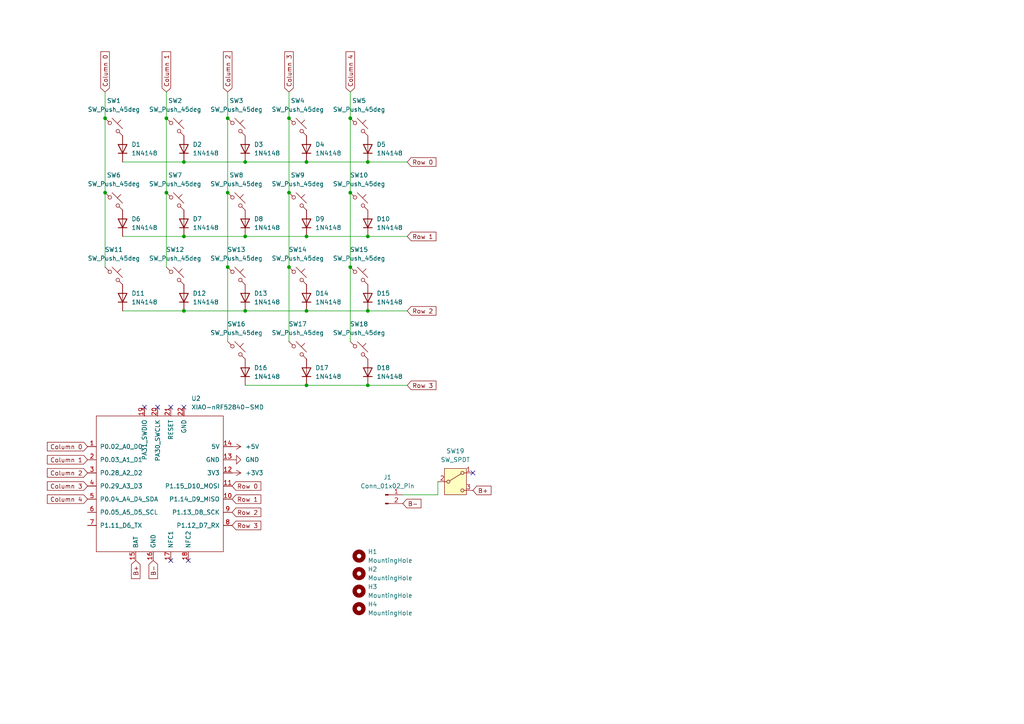
<source format=kicad_sch>
(kicad_sch (version 20250114) (generator "eeschema") (generator_version "9.0")
  (paper "A4")
  (lib_symbols
    (symbol "Connector:Conn_01x02_Pin" (pin_names (offset 1.016) (hide yes))
      (property "Reference" "J" (at 0 2.54 0))
      (property "Value" "Conn_01x02_Pin" (at 0 -5.08 0))
      (symbol "Conn_01x02_Pin_1_1"
        (rectangle (start 0.8636 0.127) (end 0 -0.127) (stroke (width 0.1524)) (fill (type outline)))
        (rectangle (start 0.8636 -2.413) (end 0 -2.667) (stroke (width 0.1524)) (fill (type outline)))
        (polyline (pts (xy 1.27 0) (xy 0.8636 0)) (stroke (width 0.1524)))
        (polyline (pts (xy 1.27 -2.54) (xy 0.8636 -2.54)) (stroke (width 0.1524)))
        (pin passive line (at 5.08 0 180) (length 3.81) (name "Pin_1") (number "1"))
        (pin passive line (at 5.08 -2.54 180) (length 3.81) (name "Pin_2") (number "2"))
      )
    )
    (symbol "Diode:1N4148" (pin_numbers (hide yes)) (pin_names (hide yes))
      (property "Reference" "D" (at 0 2.54 0))
      (property "Value" "1N4148" (at 0 -2.54 0))
      (symbol "1N4148_0_1"
        (polyline (pts (xy -1.27 1.27) (xy -1.27 -1.27)) (stroke (width 0.254)))
        (polyline (pts (xy 1.27 1.27) (xy 1.27 -1.27) (xy -1.27 0) (xy 1.27 1.27)) (stroke (width 0.254)))
        (polyline (pts (xy 1.27 0) (xy -1.27 0)))
      )
      (symbol "1N4148_1_1"
        (pin passive line (at -3.81 0 0) (length 2.54) (name "K") (number "1"))
        (pin passive line (at 3.81 0 180) (length 2.54) (name "A") (number "2"))
      )
    )
    (symbol "Mechanical:MountingHole" (pin_names (offset 1.016)) (in_bom no)
      (property "Reference" "H" (at 0 5.08 0))
      (property "Value" "MountingHole" (at 0 3.175 0))
      (symbol "MountingHole_0_1"
        (circle (center 0 0) (radius 1.27) (stroke (width 1.27)))
      )
    )
    (symbol "OPL_Kicad:XIAO-nRF52840-SMD" (pin_names (offset 1.016))
      (property "Reference" "U" (at -18.542 23.114 0))
      (property "Value" "XIAO-nRF52840-SMD" (at -8.636 21.336 0))
      (symbol "XIAO-nRF52840-SMD_0_1"
        (rectangle (start -19.05 20.32) (end 17.78 -19.05))
      )
      (symbol "XIAO-nRF52840-SMD_1_1"
        (pin passive line (at -21.59 11.43 0) (length 2.54) (name "P0.02_A0_D0") (number "1"))
        (pin passive line (at -21.59 7.62 0) (length 2.54) (name "P0.03_A1_D1") (number "2"))
        (pin passive line (at -21.59 3.81 0) (length 2.54) (name "P0.28_A2_D2") (number "3"))
        (pin passive line (at -21.59 0 0) (length 2.54) (name "P0.29_A3_D3") (number "4"))
        (pin passive line (at -21.59 -3.81 0) (length 2.54) (name "P0.04_A4_D4_SDA") (number "5"))
        (pin passive line (at -21.59 -7.62 0) (length 2.54) (name "P0.05_A5_D5_SCL") (number "6"))
        (pin passive line (at -21.59 -11.43 0) (length 2.54) (name "P1.11_D6_TX") (number "7"))
        (pin passive line (at -7.62 -21.59 90) (length 2.54) (name "BAT") (number "15"))
        (pin passive line (at -5.08 22.86 270) (length 2.54) (name "PA31_SWDIO") (number "19"))
        (pin passive line (at -2.54 -21.59 90) (length 2.54) (name "GND") (number "16"))
        (pin passive line (at -1.27 22.86 270) (length 2.54) (name "PA30_SWCLK") (number "20"))
        (pin passive line (at 2.54 22.86 270) (length 2.54) (name "RESET") (number "21"))
        (pin passive line (at 2.54 -21.59 90) (length 2.54) (name "NFC1") (number "17"))
        (pin passive line (at 6.35 22.86 270) (length 2.54) (name "GND") (number "22"))
        (pin passive line (at 7.62 -21.59 90) (length 2.54) (name "NFC2") (number "18"))
        (pin passive line (at 20.32 11.43 180) (length 2.54) (name "5V") (number "14"))
        (pin passive line (at 20.32 7.62 180) (length 2.54) (name "GND") (number "13"))
        (pin passive line (at 20.32 3.81 180) (length 2.54) (name "3V3") (number "12"))
        (pin passive line (at 20.32 0 180) (length 2.54) (name "P1.15_D10_MOSI") (number "11"))
        (pin passive line (at 20.32 -3.81 180) (length 2.54) (name "P1.14_D9_MISO") (number "10"))
        (pin passive line (at 20.32 -7.62 180) (length 2.54) (name "P1.13_D8_SCK") (number "9"))
        (pin passive line (at 20.32 -11.43 180) (length 2.54) (name "P1.12_D7_RX") (number "8"))
      )
    )
    (symbol "Switch:SW_Push_45deg" (pin_numbers (hide yes)) (pin_names (offset 1.016) (hide yes))
      (property "Reference" "SW" (at 3.048 1.016 0))
      (property "Value" "SW_Push_45deg" (at 0 -3.81 0))
      (symbol "SW_Push_45deg_0_1"
        (polyline (pts (xy -2.54 2.54) (xy -1.524 1.524) (xy -1.524 1.524)))
        (circle (center -1.1684 1.1684) (radius 0.508))
        (polyline (pts (xy -0.508 2.54) (xy 2.54 -0.508)))
        (polyline (pts (xy 1.016 1.016) (xy 2.032 2.032)))
        (circle (center 1.143 -1.1938) (radius 0.508))
        (polyline (pts (xy 1.524 -1.524) (xy 2.54 -2.54) (xy 2.54 -2.54) (xy 2.54 -2.54)))
        (pin passive line (at -2.54 2.54 0) (length 0) (name "1") (number "1"))
        (pin passive line (at 2.54 -2.54 180) (length 0) (name "2") (number "2"))
      )
    )
    (symbol "Switch:SW_SPDT" (pin_names (offset 0) (hide yes))
      (property "Reference" "SW" (at 0 5.08 0))
      (property "Value" "SW_SPDT" (at 0 -5.08 0))
      (symbol "SW_SPDT_0_1"
        (circle (center -2.032 0) (radius 0.4572))
        (polyline (pts (xy -1.651 0.254) (xy 1.651 2.286)))
        (circle (center 2.032 2.54) (radius 0.4572))
        (circle (center 2.032 -2.54) (radius 0.4572))
      )
      (symbol "SW_SPDT_1_1"
        (rectangle (start -3.175 3.81) (end 3.175 -3.81) (fill (type background)))
        (pin passive line (at -5.08 0 0) (length 2.54) (name "B") (number "2"))
        (pin passive line (at 5.08 2.54 180) (length 2.54) (name "A") (number "1"))
        (pin passive line (at 5.08 -2.54 180) (length 2.54) (name "C") (number "3"))
      )
    )
    (symbol "power:+3V3" (power) (pin_numbers (hide yes)) (pin_names (offset 0) (hide yes))
      (property "Value" "+3V3" (at 0 3.556 0))
      (symbol "+3V3_0_1"
        (polyline (pts (xy -0.762 1.27) (xy 0 2.54)))
        (polyline (pts (xy 0 2.54) (xy 0.762 1.27)))
        (polyline (pts (xy 0 0) (xy 0 2.54)))
      )
      (symbol "+3V3_1_1"
        (pin power_in line (at 0 0 90) (length 0) (name "~") (number "1"))
      )
    )
    (symbol "power:+5V" (power) (pin_numbers (hide yes)) (pin_names (offset 0) (hide yes))
      (property "Value" "+5V" (at 0 3.556 0))
      (symbol "+5V_0_1"
        (polyline (pts (xy -0.762 1.27) (xy 0 2.54)))
        (polyline (pts (xy 0 2.54) (xy 0.762 1.27)))
        (polyline (pts (xy 0 0) (xy 0 2.54)))
      )
      (symbol "+5V_1_1"
        (pin power_in line (at 0 0 90) (length 0) (name "~") (number "1"))
      )
    )
    (symbol "power:GND" (power) (pin_numbers (hide yes)) (pin_names (offset 0) (hide yes))
      (property "Value" "GND" (at 0 -3.81 0))
      (symbol "GND_0_1"
        (polyline (pts (xy 0 0) (xy 0 -1.27) (xy 1.27 -1.27) (xy 0 -2.54) (xy -1.27 -1.27) (xy 0 -1.27)))
      )
      (symbol "GND_1_1"
        (pin power_in line (at 0 0 270) (length 0) (name "~") (number "1"))
      )
    )
  )
  (junction (at 88.9 68.58))
  (junction (at 101.6 77.47))
  (junction (at 101.6 55.88))
  (junction (at 71.12 46.99))
  (junction (at 88.9 46.99))
  (junction (at 71.12 90.17))
  (junction (at 71.12 68.58))
  (junction (at 83.82 77.47))
  (junction (at 66.04 34.29))
  (junction (at 106.68 46.99))
  (junction (at 30.48 34.29))
  (junction (at 106.68 68.58))
  (junction (at 88.9 90.17))
  (junction (at 48.26 34.29))
  (junction (at 48.26 55.88))
  (junction (at 101.6 34.29))
  (junction (at 30.48 55.88))
  (junction (at 53.34 68.58))
  (junction (at 106.68 90.17))
  (junction (at 106.68 111.76))
  (junction (at 53.34 90.17))
  (junction (at 83.82 55.88))
  (junction (at 66.04 77.47))
  (junction (at 53.34 46.99))
  (junction (at 66.04 55.88))
  (junction (at 88.9 111.76))
  (junction (at 83.82 34.29))
  (no_connect (at 49.53 162.56))
  (no_connect (at 45.72 118.11))
  (no_connect (at 53.34 118.11))
  (no_connect (at 137.16 137.16))
  (no_connect (at 49.53 118.11))
  (no_connect (at 54.61 162.56))
  (no_connect (at 41.91 118.11))
  (wire (pts (xy 83.82 55.88) (xy 83.82 77.47)))
  (wire (pts (xy 83.82 77.47) (xy 83.82 99.06)))
  (wire (pts (xy 30.48 26.67) (xy 30.48 34.29)))
  (wire (pts (xy 71.12 90.17) (xy 88.9 90.17)))
  (wire (pts (xy 66.04 55.88) (xy 66.04 77.47)))
  (wire (pts (xy 71.12 46.99) (xy 88.9 46.99)))
  (wire (pts (xy 71.12 111.76) (xy 88.9 111.76)))
  (wire (pts (xy 48.26 55.88) (xy 48.26 77.47)))
  (wire (pts (xy 101.6 26.67) (xy 101.6 34.29)))
  (wire (pts (xy 116.84 143.51) (xy 127 143.51)))
  (wire (pts (xy 35.56 68.58) (xy 53.34 68.58)))
  (wire (pts (xy 118.11 46.99) (xy 106.68 46.99)))
  (wire (pts (xy 101.6 55.88) (xy 101.6 77.47)))
  (wire (pts (xy 66.04 77.47) (xy 66.04 99.06)))
  (wire (pts (xy 101.6 34.29) (xy 101.6 55.88)))
  (wire (pts (xy 30.48 34.29) (xy 30.48 55.88)))
  (wire (pts (xy 35.56 46.99) (xy 53.34 46.99)))
  (wire (pts (xy 88.9 68.58) (xy 106.68 68.58)))
  (wire (pts (xy 30.48 55.88) (xy 30.48 77.47)))
  (wire (pts (xy 118.11 68.58) (xy 106.68 68.58)))
  (wire (pts (xy 53.34 68.58) (xy 71.12 68.58)))
  (wire (pts (xy 118.11 111.76) (xy 106.68 111.76)))
  (wire (pts (xy 88.9 46.99) (xy 106.68 46.99)))
  (wire (pts (xy 48.26 34.29) (xy 48.26 55.88)))
  (wire (pts (xy 83.82 26.67) (xy 83.82 34.29)))
  (wire (pts (xy 101.6 77.47) (xy 101.6 99.06)))
  (wire (pts (xy 53.34 46.99) (xy 71.12 46.99)))
  (wire (pts (xy 66.04 34.29) (xy 66.04 55.88)))
  (wire (pts (xy 83.82 34.29) (xy 83.82 55.88)))
  (wire (pts (xy 88.9 111.76) (xy 106.68 111.76)))
  (wire (pts (xy 66.04 26.67) (xy 66.04 34.29)))
  (wire (pts (xy 127 143.51) (xy 127 139.7)))
  (wire (pts (xy 71.12 68.58) (xy 88.9 68.58)))
  (wire (pts (xy 35.56 90.17) (xy 53.34 90.17)))
  (wire (pts (xy 106.68 90.17) (xy 118.11 90.17)))
  (wire (pts (xy 48.26 26.67) (xy 48.26 34.29)))
  (wire (pts (xy 53.34 90.17) (xy 71.12 90.17)))
  (wire (pts (xy 88.9 90.17) (xy 106.68 90.17)))
  (global_label "Row 0" (shape input) (at 118.11 46.99 0) (property "Intersheetrefs" "${INTERSHEET_REFS}" (effects (hide yes))))
  (global_label "Column 4" (shape input) (at 25.4 144.78 180) (property "Intersheetrefs" "${INTERSHEET_REFS}" (effects (hide yes))))
  (global_label "Column 2" (shape input) (at 25.4 137.16 180) (property "Intersheetrefs" "${INTERSHEET_REFS}" (effects (hide yes))))
  (global_label "B+" (shape input) (at 39.37 162.56 270) (property "Intersheetrefs" "${INTERSHEET_REFS}" (effects (hide yes))))
  (global_label "Row 2" (shape input) (at 67.31 148.59 0) (property "Intersheetrefs" "${INTERSHEET_REFS}" (effects (hide yes))))
  (global_label "B-" (shape input) (at 44.45 162.56 270) (property "Intersheetrefs" "${INTERSHEET_REFS}" (effects (hide yes))))
  (global_label "Row 3" (shape input) (at 67.31 152.4 0) (property "Intersheetrefs" "${INTERSHEET_REFS}" (effects (hide yes))))
  (global_label "Row 2" (shape input) (at 118.11 90.17 0) (property "Intersheetrefs" "${INTERSHEET_REFS}" (effects (hide yes))))
  (global_label "Column 0" (shape input) (at 25.4 129.54 180) (property "Intersheetrefs" "${INTERSHEET_REFS}" (effects (hide yes))))
  (global_label "Column 1" (shape input) (at 48.26 26.67 90) (property "Intersheetrefs" "${INTERSHEET_REFS}" (effects (hide yes))))
  (global_label "Row 3" (shape input) (at 118.11 111.76 0) (property "Intersheetrefs" "${INTERSHEET_REFS}" (effects (hide yes))))
  (global_label "B-" (shape input) (at 116.84 146.05 0) (property "Intersheetrefs" "${INTERSHEET_REFS}" (effects (hide yes))))
  (global_label "B+" (shape input) (at 137.16 142.24 0) (property "Intersheetrefs" "${INTERSHEET_REFS}" (effects (hide yes))))
  (global_label "Column 3" (shape input) (at 25.4 140.97 180) (property "Intersheetrefs" "${INTERSHEET_REFS}" (effects (hide yes))))
  (global_label "Row 1" (shape input) (at 118.11 68.58 0) (property "Intersheetrefs" "${INTERSHEET_REFS}" (effects (hide yes))))
  (global_label "Column 3" (shape input) (at 83.82 26.67 90) (property "Intersheetrefs" "${INTERSHEET_REFS}" (effects (hide yes))))
  (global_label "Column 0" (shape input) (at 30.48 26.67 90) (property "Intersheetrefs" "${INTERSHEET_REFS}" (effects (hide yes))))
  (global_label "Row 1" (shape input) (at 67.31 144.78 0) (property "Intersheetrefs" "${INTERSHEET_REFS}" (effects (hide yes))))
  (global_label "Column 2" (shape input) (at 66.04 26.67 90) (property "Intersheetrefs" "${INTERSHEET_REFS}" (effects (hide yes))))
  (global_label "Row 0" (shape input) (at 67.31 140.97 0) (property "Intersheetrefs" "${INTERSHEET_REFS}" (effects (hide yes))))
  (global_label "Column 4" (shape input) (at 101.6 26.67 90) (property "Intersheetrefs" "${INTERSHEET_REFS}" (effects (hide yes))))
  (global_label "Column 1" (shape input) (at 25.4 133.35 180) (property "Intersheetrefs" "${INTERSHEET_REFS}" (effects (hide yes))))
  (symbol (lib_id "Diode:1N4148") (at 53.34 43.18 90) (unit 1)
    (property "Reference" "D2" (at 55.88 41.9099 90) (effects (justify right)))
    (property "Value" "1N4148" (at 55.88 44.4499 90) (effects (justify right)))
    (property "Footprint" "Diode_THT:D_DO-35_SOD27_P7.62mm_Horizontal" (effects (hide yes)))
    (property "Datasheet" "https://assets.nexperia.com/documents/data-sheet/1N4148_1N4448.pdf" (effects (hide yes)))
    (property "Description" "100V 0.15A standard switching diode, DO-35" (effects (hide yes)))
    (property "Sim.Device" "D" (effects (hide yes)))
    (property "Sim.Pins" "1=K 2=A" (effects (hide yes)))
  )
  (symbol (lib_id "Diode:1N4148") (at 71.12 107.95 90) (unit 1)
    (property "Reference" "D16" (at 73.66 106.6799 90) (effects (justify right)))
    (property "Value" "1N4148" (at 73.66 109.2199 90) (effects (justify right)))
    (property "Footprint" "Diode_THT:D_DO-35_SOD27_P7.62mm_Horizontal" (effects (hide yes)))
    (property "Datasheet" "https://assets.nexperia.com/documents/data-sheet/1N4148_1N4448.pdf" (effects (hide yes)))
    (property "Description" "100V 0.15A standard switching diode, DO-35" (effects (hide yes)))
    (property "Sim.Device" "D" (effects (hide yes)))
    (property "Sim.Pins" "1=K 2=A" (effects (hide yes)))
  )
  (symbol (lib_id "Switch:SW_SPDT") (at 132.08 139.7 0) (unit 1)
    (property "Reference" "SW19" (at 132.08 130.81 0))
    (property "Value" "SW_SPDT" (at 132.08 133.35 0))
    (property "Footprint" "Button_Switch_THT:SW_Slide_SPDT_Straight_CK_OS102011MS2Q" (effects (hide yes)))
    (property "Description" "Switch, single pole double throw" (effects (hide yes)))
  )
  (symbol (lib_id "power:+3V3") (at 67.31 137.16 270) (unit 1)
    (property "Reference" "#PWR03" (effects (hide yes)))
    (property "Value" "+3V3" (at 71.12 137.1599 90) (effects (justify left)))
    (property "Description" "Power symbol creates a global label with name \"+3V3\"" (effects (hide yes)))
  )
  (symbol (lib_id "Diode:1N4148") (at 35.56 43.18 90) (unit 1)
    (property "Reference" "D1" (at 38.1 41.9099 90) (effects (justify right)))
    (property "Value" "1N4148" (at 38.1 44.4499 90) (effects (justify right)))
    (property "Footprint" "Diode_THT:D_DO-35_SOD27_P7.62mm_Horizontal" (effects (hide yes)))
    (property "Datasheet" "https://assets.nexperia.com/documents/data-sheet/1N4148_1N4448.pdf" (effects (hide yes)))
    (property "Description" "100V 0.15A standard switching diode, DO-35" (effects (hide yes)))
    (property "Sim.Device" "D" (effects (hide yes)))
    (property "Sim.Pins" "1=K 2=A" (effects (hide yes)))
  )
  (symbol (lib_id "Connector:Conn_01x02_Pin") (at 111.76 143.51 0) (unit 1)
    (property "Reference" "J1" (at 112.395 138.43 0))
    (property "Value" "Conn_01x02_Pin" (at 112.395 140.97 0))
    (property "Footprint" "Connector_PinHeader_2.54mm:PinHeader_1x02_P2.54mm_Vertical" (effects (hide yes)))
    (property "Description" "Generic connector, single row, 01x02, script generated" (effects (hide yes)))
  )
  (symbol (lib_id "Switch:SW_Push_45deg") (at 68.58 36.83 0) (unit 1)
    (property "Reference" "SW3" (at 68.58 29.21 0))
    (property "Value" "SW_Push_45deg" (at 68.58 31.75 0))
    (property "Footprint" "KS33 Solderable:Gateron-KS33-Solderable-1U" (effects (hide yes)))
    (property "Description" "Push button switch, normally open, two pins, 45° tilted" (effects (hide yes)))
  )
  (symbol (lib_id "Diode:1N4148") (at 88.9 43.18 90) (unit 1)
    (property "Reference" "D4" (at 91.44 41.9099 90) (effects (justify right)))
    (property "Value" "1N4148" (at 91.44 44.4499 90) (effects (justify right)))
    (property "Footprint" "Diode_THT:D_DO-35_SOD27_P7.62mm_Horizontal" (effects (hide yes)))
    (property "Datasheet" "https://assets.nexperia.com/documents/data-sheet/1N4148_1N4448.pdf" (effects (hide yes)))
    (property "Description" "100V 0.15A standard switching diode, DO-35" (effects (hide yes)))
    (property "Sim.Device" "D" (effects (hide yes)))
    (property "Sim.Pins" "1=K 2=A" (effects (hide yes)))
  )
  (symbol (lib_id "Diode:1N4148") (at 88.9 107.95 90) (unit 1)
    (property "Reference" "D17" (at 91.44 106.6799 90) (effects (justify right)))
    (property "Value" "1N4148" (at 91.44 109.2199 90) (effects (justify right)))
    (property "Footprint" "Diode_THT:D_DO-35_SOD27_P7.62mm_Horizontal" (effects (hide yes)))
    (property "Datasheet" "https://assets.nexperia.com/documents/data-sheet/1N4148_1N4448.pdf" (effects (hide yes)))
    (property "Description" "100V 0.15A standard switching diode, DO-35" (effects (hide yes)))
    (property "Sim.Device" "D" (effects (hide yes)))
    (property "Sim.Pins" "1=K 2=A" (effects (hide yes)))
  )
  (symbol (lib_id "Diode:1N4148") (at 106.68 107.95 90) (unit 1)
    (property "Reference" "D18" (at 109.22 106.6799 90) (effects (justify right)))
    (property "Value" "1N4148" (at 109.22 109.2199 90) (effects (justify right)))
    (property "Footprint" "Diode_THT:D_DO-35_SOD27_P7.62mm_Horizontal" (effects (hide yes)))
    (property "Datasheet" "https://assets.nexperia.com/documents/data-sheet/1N4148_1N4448.pdf" (effects (hide yes)))
    (property "Description" "100V 0.15A standard switching diode, DO-35" (effects (hide yes)))
    (property "Sim.Device" "D" (effects (hide yes)))
    (property "Sim.Pins" "1=K 2=A" (effects (hide yes)))
  )
  (symbol (lib_id "Switch:SW_Push_45deg") (at 86.36 101.6 0) (unit 1)
    (property "Reference" "SW17" (at 86.36 93.98 0))
    (property "Value" "SW_Push_45deg" (at 86.36 96.52 0))
    (property "Footprint" "KS33 Solderable:Gateron-KS33-Solderable-1U" (effects (hide yes)))
    (property "Description" "Push button switch, normally open, two pins, 45° tilted" (effects (hide yes)))
  )
  (symbol (lib_id "Switch:SW_Push_45deg") (at 104.14 80.01 0) (unit 1)
    (property "Reference" "SW15" (at 104.14 72.39 0))
    (property "Value" "SW_Push_45deg" (at 104.14 74.93 0))
    (property "Footprint" "KS33 Solderable:Gateron-KS33-Solderable-1U" (effects (hide yes)))
    (property "Description" "Push button switch, normally open, two pins, 45° tilted" (effects (hide yes)))
  )
  (symbol (lib_id "Switch:SW_Push_45deg") (at 104.14 58.42 0) (unit 1)
    (property "Reference" "SW10" (at 104.14 50.8 0))
    (property "Value" "SW_Push_45deg" (at 104.14 53.34 0))
    (property "Footprint" "KS33 Solderable:Gateron-KS33-Solderable-1U" (effects (hide yes)))
    (property "Description" "Push button switch, normally open, two pins, 45° tilted" (effects (hide yes)))
  )
  (symbol (lib_id "Switch:SW_Push_45deg") (at 86.36 80.01 0) (unit 1)
    (property "Reference" "SW14" (at 86.36 72.39 0))
    (property "Value" "SW_Push_45deg" (at 86.36 74.93 0))
    (property "Footprint" "KS33 Solderable:Gateron-KS33-Solderable-1U" (effects (hide yes)))
    (property "Description" "Push button switch, normally open, two pins, 45° tilted" (effects (hide yes)))
  )
  (symbol (lib_id "Mechanical:MountingHole") (at 104.14 166.37 0) (unit 1) (in_bom no)
    (property "Reference" "H2" (at 106.68 165.0999 0) (effects (justify left)))
    (property "Value" "MountingHole" (at 106.68 167.6399 0) (effects (justify left)))
    (property "Footprint" "MountingHole:MountingHole_3.2mm_M3" (effects (hide yes)))
    (property "Description" "Mounting Hole without connection" (effects (hide yes)))
  )
  (symbol (lib_id "Switch:SW_Push_45deg") (at 50.8 36.83 0) (unit 1)
    (property "Reference" "SW2" (at 50.8 29.21 0))
    (property "Value" "SW_Push_45deg" (at 50.8 31.75 0))
    (property "Footprint" "KS33 Solderable:Gateron-KS33-Solderable-1U" (effects (hide yes)))
    (property "Description" "Push button switch, normally open, two pins, 45° tilted" (effects (hide yes)))
  )
  (symbol (lib_id "Diode:1N4148") (at 88.9 64.77 90) (unit 1)
    (property "Reference" "D9" (at 91.44 63.4999 90) (effects (justify right)))
    (property "Value" "1N4148" (at 91.44 66.0399 90) (effects (justify right)))
    (property "Footprint" "Diode_THT:D_DO-35_SOD27_P7.62mm_Horizontal" (effects (hide yes)))
    (property "Datasheet" "https://assets.nexperia.com/documents/data-sheet/1N4148_1N4448.pdf" (effects (hide yes)))
    (property "Description" "100V 0.15A standard switching diode, DO-35" (effects (hide yes)))
    (property "Sim.Device" "D" (effects (hide yes)))
    (property "Sim.Pins" "1=K 2=A" (effects (hide yes)))
  )
  (symbol (lib_id "Switch:SW_Push_45deg") (at 68.58 58.42 0) (unit 1)
    (property "Reference" "SW8" (at 68.58 50.8 0))
    (property "Value" "SW_Push_45deg" (at 68.58 53.34 0))
    (property "Footprint" "KS33 Solderable:Gateron-KS33-Solderable-1U" (effects (hide yes)))
    (property "Description" "Push button switch, normally open, two pins, 45° tilted" (effects (hide yes)))
  )
  (symbol (lib_id "Switch:SW_Push_45deg") (at 86.36 58.42 0) (unit 1)
    (property "Reference" "SW9" (at 86.36 50.8 0))
    (property "Value" "SW_Push_45deg" (at 86.36 53.34 0))
    (property "Footprint" "KS33 Solderable:Gateron-KS33-Solderable-1U" (effects (hide yes)))
    (property "Description" "Push button switch, normally open, two pins, 45° tilted" (effects (hide yes)))
  )
  (symbol (lib_id "Diode:1N4148") (at 88.9 86.36 90) (unit 1)
    (property "Reference" "D14" (at 91.44 85.0899 90) (effects (justify right)))
    (property "Value" "1N4148" (at 91.44 87.6299 90) (effects (justify right)))
    (property "Footprint" "Diode_THT:D_DO-35_SOD27_P7.62mm_Horizontal" (effects (hide yes)))
    (property "Datasheet" "https://assets.nexperia.com/documents/data-sheet/1N4148_1N4448.pdf" (effects (hide yes)))
    (property "Description" "100V 0.15A standard switching diode, DO-35" (effects (hide yes)))
    (property "Sim.Device" "D" (effects (hide yes)))
    (property "Sim.Pins" "1=K 2=A" (effects (hide yes)))
  )
  (symbol (lib_id "Switch:SW_Push_45deg") (at 50.8 58.42 0) (unit 1)
    (property "Reference" "SW7" (at 50.8 50.8 0))
    (property "Value" "SW_Push_45deg" (at 50.8 53.34 0))
    (property "Footprint" "KS33 Solderable:Gateron-KS33-Solderable-1U" (effects (hide yes)))
    (property "Description" "Push button switch, normally open, two pins, 45° tilted" (effects (hide yes)))
  )
  (symbol (lib_id "power:+5V") (at 67.31 129.54 270) (unit 1)
    (property "Reference" "#PWR01" (effects (hide yes)))
    (property "Value" "+5V" (at 71.12 129.5399 90) (effects (justify left)))
    (property "Description" "Power symbol creates a global label with name \"+5V\"" (effects (hide yes)))
  )
  (symbol (lib_id "Diode:1N4148") (at 106.68 43.18 90) (unit 1)
    (property "Reference" "D5" (at 109.22 41.9099 90) (effects (justify right)))
    (property "Value" "1N4148" (at 109.22 44.4499 90) (effects (justify right)))
    (property "Footprint" "Diode_THT:D_DO-35_SOD27_P7.62mm_Horizontal" (effects (hide yes)))
    (property "Datasheet" "https://assets.nexperia.com/documents/data-sheet/1N4148_1N4448.pdf" (effects (hide yes)))
    (property "Description" "100V 0.15A standard switching diode, DO-35" (effects (hide yes)))
    (property "Sim.Device" "D" (effects (hide yes)))
    (property "Sim.Pins" "1=K 2=A" (effects (hide yes)))
  )
  (symbol (lib_id "Switch:SW_Push_45deg") (at 33.02 80.01 0) (unit 1)
    (property "Reference" "SW11" (at 33.02 72.39 0))
    (property "Value" "SW_Push_45deg" (at 33.02 74.93 0))
    (property "Footprint" "KS33 Solderable:Gateron-KS33-Solderable-1U" (effects (hide yes)))
    (property "Description" "Push button switch, normally open, two pins, 45° tilted" (effects (hide yes)))
  )
  (symbol (lib_id "Diode:1N4148") (at 53.34 86.36 90) (unit 1)
    (property "Reference" "D12" (at 55.88 85.0899 90) (effects (justify right)))
    (property "Value" "1N4148" (at 55.88 87.6299 90) (effects (justify right)))
    (property "Footprint" "Diode_THT:D_DO-35_SOD27_P7.62mm_Horizontal" (effects (hide yes)))
    (property "Datasheet" "https://assets.nexperia.com/documents/data-sheet/1N4148_1N4448.pdf" (effects (hide yes)))
    (property "Description" "100V 0.15A standard switching diode, DO-35" (effects (hide yes)))
    (property "Sim.Device" "D" (effects (hide yes)))
    (property "Sim.Pins" "1=K 2=A" (effects (hide yes)))
  )
  (symbol (lib_id "OPL_Kicad:XIAO-nRF52840-SMD") (at 46.99 140.97 0) (unit 1)
    (property "Reference" "U2" (at 55.4833 115.57 0) (effects (justify left)))
    (property "Value" "XIAO-nRF52840-SMD" (at 55.4833 118.11 0) (effects (justify left)))
    (property "Footprint" "xiao:XIAO-nRF52840-DIP-Batt" (effects (hide yes)))
  )
  (symbol (lib_id "Diode:1N4148") (at 53.34 64.77 90) (unit 1)
    (property "Reference" "D7" (at 55.88 63.4999 90) (effects (justify right)))
    (property "Value" "1N4148" (at 55.88 66.0399 90) (effects (justify right)))
    (property "Footprint" "Diode_THT:D_DO-35_SOD27_P7.62mm_Horizontal" (effects (hide yes)))
    (property "Datasheet" "https://assets.nexperia.com/documents/data-sheet/1N4148_1N4448.pdf" (effects (hide yes)))
    (property "Description" "100V 0.15A standard switching diode, DO-35" (effects (hide yes)))
    (property "Sim.Device" "D" (effects (hide yes)))
    (property "Sim.Pins" "1=K 2=A" (effects (hide yes)))
  )
  (symbol (lib_id "Diode:1N4148") (at 35.56 86.36 90) (unit 1)
    (property "Reference" "D11" (at 38.1 85.0899 90) (effects (justify right)))
    (property "Value" "1N4148" (at 38.1 87.6299 90) (effects (justify right)))
    (property "Footprint" "Diode_THT:D_DO-35_SOD27_P7.62mm_Horizontal" (effects (hide yes)))
    (property "Datasheet" "https://assets.nexperia.com/documents/data-sheet/1N4148_1N4448.pdf" (effects (hide yes)))
    (property "Description" "100V 0.15A standard switching diode, DO-35" (effects (hide yes)))
    (property "Sim.Device" "D" (effects (hide yes)))
    (property "Sim.Pins" "1=K 2=A" (effects (hide yes)))
  )
  (symbol (lib_id "Switch:SW_Push_45deg") (at 68.58 101.6 0) (unit 1)
    (property "Reference" "SW16" (at 68.58 93.98 0))
    (property "Value" "SW_Push_45deg" (at 68.58 96.52 0))
    (property "Footprint" "KS33 Solderable:Gateron-KS33-Solderable-1U" (effects (hide yes)))
    (property "Description" "Push button switch, normally open, two pins, 45° tilted" (effects (hide yes)))
  )
  (symbol (lib_id "Diode:1N4148") (at 71.12 43.18 90) (unit 1)
    (property "Reference" "D3" (at 73.66 41.9099 90) (effects (justify right)))
    (property "Value" "1N4148" (at 73.66 44.4499 90) (effects (justify right)))
    (property "Footprint" "Diode_THT:D_DO-35_SOD27_P7.62mm_Horizontal" (effects (hide yes)))
    (property "Datasheet" "https://assets.nexperia.com/documents/data-sheet/1N4148_1N4448.pdf" (effects (hide yes)))
    (property "Description" "100V 0.15A standard switching diode, DO-35" (effects (hide yes)))
    (property "Sim.Device" "D" (effects (hide yes)))
    (property "Sim.Pins" "1=K 2=A" (effects (hide yes)))
  )
  (symbol (lib_id "Diode:1N4148") (at 106.68 64.77 90) (unit 1)
    (property "Reference" "D10" (at 109.22 63.4999 90) (effects (justify right)))
    (property "Value" "1N4148" (at 109.22 66.0399 90) (effects (justify right)))
    (property "Footprint" "Diode_THT:D_DO-35_SOD27_P7.62mm_Horizontal" (effects (hide yes)))
    (property "Datasheet" "https://assets.nexperia.com/documents/data-sheet/1N4148_1N4448.pdf" (effects (hide yes)))
    (property "Description" "100V 0.15A standard switching diode, DO-35" (effects (hide yes)))
    (property "Sim.Device" "D" (effects (hide yes)))
    (property "Sim.Pins" "1=K 2=A" (effects (hide yes)))
  )
  (symbol (lib_id "Diode:1N4148") (at 71.12 86.36 90) (unit 1)
    (property "Reference" "D13" (at 73.66 85.0899 90) (effects (justify right)))
    (property "Value" "1N4148" (at 73.66 87.6299 90) (effects (justify right)))
    (property "Footprint" "Diode_THT:D_DO-35_SOD27_P7.62mm_Horizontal" (effects (hide yes)))
    (property "Datasheet" "https://assets.nexperia.com/documents/data-sheet/1N4148_1N4448.pdf" (effects (hide yes)))
    (property "Description" "100V 0.15A standard switching diode, DO-35" (effects (hide yes)))
    (property "Sim.Device" "D" (effects (hide yes)))
    (property "Sim.Pins" "1=K 2=A" (effects (hide yes)))
  )
  (symbol (lib_id "Switch:SW_Push_45deg") (at 104.14 101.6 0) (unit 1)
    (property "Reference" "SW18" (at 104.14 93.98 0))
    (property "Value" "SW_Push_45deg" (at 104.14 96.52 0))
    (property "Footprint" "KS33 Solderable:Gateron-KS33-Solderable-1U" (effects (hide yes)))
    (property "Description" "Push button switch, normally open, two pins, 45° tilted" (effects (hide yes)))
  )
  (symbol (lib_id "Switch:SW_Push_45deg") (at 104.14 36.83 0) (unit 1)
    (property "Reference" "SW5" (at 104.14 29.21 0))
    (property "Value" "SW_Push_45deg" (at 104.14 31.75 0))
    (property "Footprint" "KS33 Solderable:Gateron-KS33-Solderable-1U" (effects (hide yes)))
    (property "Description" "Push button switch, normally open, two pins, 45° tilted" (effects (hide yes)))
  )
  (symbol (lib_id "power:GND") (at 67.31 133.35 90) (unit 1)
    (property "Reference" "#PWR02" (effects (hide yes)))
    (property "Value" "GND" (at 71.12 133.3499 90) (effects (justify right)))
    (property "Description" "Power symbol creates a global label with name \"GND\" , ground" (effects (hide yes)))
  )
  (symbol (lib_id "Diode:1N4148") (at 106.68 86.36 90) (unit 1)
    (property "Reference" "D15" (at 109.22 85.0899 90) (effects (justify right)))
    (property "Value" "1N4148" (at 109.22 87.6299 90) (effects (justify right)))
    (property "Footprint" "Diode_THT:D_DO-35_SOD27_P7.62mm_Horizontal" (effects (hide yes)))
    (property "Datasheet" "https://assets.nexperia.com/documents/data-sheet/1N4148_1N4448.pdf" (effects (hide yes)))
    (property "Description" "100V 0.15A standard switching diode, DO-35" (effects (hide yes)))
    (property "Sim.Device" "D" (effects (hide yes)))
    (property "Sim.Pins" "1=K 2=A" (effects (hide yes)))
  )
  (symbol (lib_id "Switch:SW_Push_45deg") (at 68.58 80.01 0) (unit 1)
    (property "Reference" "SW13" (at 68.58 72.39 0))
    (property "Value" "SW_Push_45deg" (at 68.58 74.93 0))
    (property "Footprint" "KS33 Solderable:Gateron-KS33-Solderable-1U" (effects (hide yes)))
    (property "Description" "Push button switch, normally open, two pins, 45° tilted" (effects (hide yes)))
  )
  (symbol (lib_id "Diode:1N4148") (at 71.12 64.77 90) (unit 1)
    (property "Reference" "D8" (at 73.66 63.4999 90) (effects (justify right)))
    (property "Value" "1N4148" (at 73.66 66.0399 90) (effects (justify right)))
    (property "Footprint" "Diode_THT:D_DO-35_SOD27_P7.62mm_Horizontal" (effects (hide yes)))
    (property "Datasheet" "https://assets.nexperia.com/documents/data-sheet/1N4148_1N4448.pdf" (effects (hide yes)))
    (property "Description" "100V 0.15A standard switching diode, DO-35" (effects (hide yes)))
    (property "Sim.Device" "D" (effects (hide yes)))
    (property "Sim.Pins" "1=K 2=A" (effects (hide yes)))
  )
  (symbol (lib_id "Mechanical:MountingHole") (at 104.14 171.45 0) (unit 1) (in_bom no)
    (property "Reference" "H3" (at 106.68 170.1799 0) (effects (justify left)))
    (property "Value" "MountingHole" (at 106.68 172.7199 0) (effects (justify left)))
    (property "Footprint" "MountingHole:MountingHole_3.2mm_M3" (effects (hide yes)))
    (property "Description" "Mounting Hole without connection" (effects (hide yes)))
  )
  (symbol (lib_id "Switch:SW_Push_45deg") (at 33.02 36.83 0) (unit 1)
    (property "Reference" "SW1" (at 33.02 29.21 0))
    (property "Value" "SW_Push_45deg" (at 33.02 31.75 0))
    (property "Footprint" "KS33 Solderable:Gateron-KS33-Solderable-1U" (effects (hide yes)))
    (property "Description" "Push button switch, normally open, two pins, 45° tilted" (effects (hide yes)))
  )
  (symbol (lib_id "Switch:SW_Push_45deg") (at 86.36 36.83 0) (unit 1)
    (property "Reference" "SW4" (at 86.36 29.21 0))
    (property "Value" "SW_Push_45deg" (at 86.36 31.75 0))
    (property "Footprint" "KS33 Solderable:Gateron-KS33-Solderable-1U" (effects (hide yes)))
    (property "Description" "Push button switch, normally open, two pins, 45° tilted" (effects (hide yes)))
  )
  (symbol (lib_id "Mechanical:MountingHole") (at 104.14 161.29 0) (unit 1) (in_bom no)
    (property "Reference" "H1" (at 106.68 160.0199 0) (effects (justify left)))
    (property "Value" "MountingHole" (at 106.68 162.5599 0) (effects (justify left)))
    (property "Footprint" "MountingHole:MountingHole_3.2mm_M3" (effects (hide yes)))
    (property "Description" "Mounting Hole without connection" (effects (hide yes)))
  )
  (symbol (lib_id "Switch:SW_Push_45deg") (at 50.8 80.01 0) (unit 1)
    (property "Reference" "SW12" (at 50.8 72.39 0))
    (property "Value" "SW_Push_45deg" (at 50.8 74.93 0))
    (property "Footprint" "KS33 Solderable:Gateron-KS33-Solderable-1U" (effects (hide yes)))
    (property "Description" "Push button switch, normally open, two pins, 45° tilted" (effects (hide yes)))
  )
  (symbol (lib_id "Switch:SW_Push_45deg") (at 33.02 58.42 0) (unit 1)
    (property "Reference" "SW6" (at 33.02 50.8 0))
    (property "Value" "SW_Push_45deg" (at 33.02 53.34 0))
    (property "Footprint" "KS33 Solderable:Gateron-KS33-Solderable-1U" (effects (hide yes)))
    (property "Description" "Push button switch, normally open, two pins, 45° tilted" (effects (hide yes)))
  )
  (symbol (lib_id "Diode:1N4148") (at 35.56 64.77 90) (unit 1)
    (property "Reference" "D6" (at 38.1 63.4999 90) (effects (justify right)))
    (property "Value" "1N4148" (at 38.1 66.0399 90) (effects (justify right)))
    (property "Footprint" "Diode_THT:D_DO-35_SOD27_P7.62mm_Horizontal" (effects (hide yes)))
    (property "Datasheet" "https://assets.nexperia.com/documents/data-sheet/1N4148_1N4448.pdf" (effects (hide yes)))
    (property "Description" "100V 0.15A standard switching diode, DO-35" (effects (hide yes)))
    (property "Sim.Device" "D" (effects (hide yes)))
    (property "Sim.Pins" "1=K 2=A" (effects (hide yes)))
  )
  (symbol (lib_id "Mechanical:MountingHole") (at 104.14 176.53 0) (unit 1) (in_bom no)
    (property "Reference" "H4" (at 106.68 175.2599 0) (effects (justify left)))
    (property "Value" "MountingHole" (at 106.68 177.7999 0) (effects (justify left)))
    (property "Footprint" "MountingHole:MountingHole_3.2mm_M3" (effects (hide yes)))
    (property "Description" "Mounting Hole without connection" (effects (hide yes)))
  )
)
</source>
